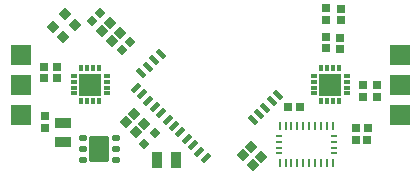
<source format=gts>
%FSTAX44Y44*%
%MOMM*%
%SFA1B1*%

%IPPOS*%
%AMD17*
4,1,4,0.464820,-0.177800,-0.177800,0.464820,-0.464820,0.177800,0.177800,-0.464820,0.464820,-0.177800,0.0*
%
%AMD18*
4,1,4,0.464820,0.177800,0.177800,0.464820,-0.464820,-0.177800,-0.177800,-0.464820,0.464820,0.177800,0.0*
%
%AMD19*
4,1,4,-0.535940,-0.015240,-0.015240,-0.535940,0.535940,0.015240,0.015240,0.535940,-0.535940,-0.015240,0.0*
%
%AMD29*
4,1,4,-0.474980,-0.017780,-0.017780,-0.474980,0.474980,0.017780,0.017780,0.474980,-0.474980,-0.017780,0.0*
%
%AMD32*
4,1,4,-0.017780,0.474980,-0.474980,0.017780,0.017780,-0.474980,0.474980,-0.017780,-0.017780,0.474980,0.0*
%
%AMD33*
4,1,4,-0.563880,0.000000,0.000000,-0.563880,0.563880,0.000000,0.000000,0.563880,-0.563880,0.000000,0.0*
%
%AMD34*
4,1,8,0.850900,-1.000760,0.850900,1.000760,0.751840,1.099820,-0.751840,1.099820,-0.850900,1.000760,-0.850900,-1.000760,-0.751840,-1.099820,0.751840,-1.099820,0.850900,-1.000760,0.0*
1,1,0.197600,0.751840,-1.000760*
1,1,0.197600,0.751840,1.000760*
1,1,0.197600,-0.751840,1.000760*
1,1,0.197600,-0.751840,-1.000760*
%
%AMD35*
4,1,8,0.350520,-0.124460,0.350520,0.124460,0.248920,0.226060,-0.248920,0.226060,-0.350520,0.124460,-0.350520,-0.124460,-0.248920,-0.226060,0.248920,-0.226060,0.350520,-0.124460,0.0*
1,1,0.203200,0.248920,-0.124460*
1,1,0.203200,0.248920,0.124460*
1,1,0.203200,-0.248920,0.124460*
1,1,0.203200,-0.248920,-0.124460*
%
G04~CAMADD=17~9~0.0~0.0~358.3~161.4~0.0~0.0~0~0.0~0.0~0.0~0.0~0~0.0~0.0~0.0~0.0~0~0.0~0.0~0.0~315.0~366.0~365.0*
%ADD17D17*%
G04~CAMADD=18~9~0.0~0.0~161.4~358.3~0.0~0.0~0~0.0~0.0~0.0~0.0~0~0.0~0.0~0.0~0.0~0~0.0~0.0~0.0~315.0~366.0~365.0*
%ADD18D18*%
G04~CAMADD=19~9~0.0~0.0~291.3~307.1~0.0~0.0~0~0.0~0.0~0.0~0.0~0~0.0~0.0~0.0~0.0~0~0.0~0.0~0.0~135.0~422.0~421.0*
%ADD19D19*%
%ADD20R,0.574999X0.250000*%
%ADD21R,0.250000X0.674999*%
%ADD22R,0.779998X0.739999*%
%ADD23R,0.699999X0.649999*%
%ADD24R,0.299999X0.629999*%
%ADD25R,0.629999X0.299999*%
%ADD26R,0.739999X0.779998*%
%ADD27R,1.324997X0.824998*%
%ADD28R,0.824998X1.324997*%
G04~CAMADD=29~9~0.0~0.0~255.9~275.6~0.0~0.0~0~0.0~0.0~0.0~0.0~0~0.0~0.0~0.0~0.0~0~0.0~0.0~0.0~135.0~374.0~373.0*
%ADD29D29*%
%ADD30R,0.649999X0.699999*%
%ADD31R,1.849996X1.849996*%
G04~CAMADD=32~9~0.0~0.0~255.9~275.6~0.0~0.0~0~0.0~0.0~0.0~0.0~0~0.0~0.0~0.0~0.0~0~0.0~0.0~0.0~45.0~374.0~373.0*
%ADD32D32*%
G04~CAMADD=33~10~0.0~315.0~0.0~0.0~0.0~0.0~0~0.0~0.0~0.0~0.0~0~0.0~0.0~0.0~0.0~0~0.0~0.0~0.0~135.0~315.0~0.0*
%ADD33D33*%
G04~CAMADD=34~8~0.0~0.0~866.8~669.9~38.9~0.0~15~0.0~0.0~0.0~0.0~0~0.0~0.0~0.0~0.0~0~0.0~0.0~0.0~270.0~670.0~866.0*
%ADD34D34*%
G04~CAMADD=35~8~0.0~0.0~177.8~276.2~40.0~0.0~15~0.0~0.0~0.0~0.0~0~0.0~0.0~0.0~0.0~0~0.0~0.0~0.0~270.0~276.0~178.0*
%ADD35D35*%
%ADD36R,1.799996X1.799996*%
%ADD37C,0.499999*%
%LNpcb1-1*%
%LPD*%
G54D17*
X01164904Y00479033D03*
X01159516Y00473645D03*
X01154128Y00468256D03*
X0114874Y00462868D03*
X01143352Y0045748D03*
X01065414Y00513752D03*
X01060026Y00508364D03*
X01054638Y00502975D03*
X0104925Y00497587D03*
G54D18*
X01098281Y00431034D03*
X01082116Y00447199D03*
X01076728Y00452587D03*
X01065952Y00463363D03*
X01060564Y00468752D03*
X01055175Y0047414D03*
X01049787Y00479528D03*
X01044399Y00484916D03*
X0107134Y00457975D03*
X01087504Y00441811D03*
X01092893Y00436423D03*
X01103669Y00425646D03*
G54D19*
X01143865Y00419248D03*
X01150794Y00426178D03*
X01135154Y00428138D03*
X01142084Y00435068D03*
X0105144Y00454232D03*
X0104451Y00447302D03*
X01043197Y00462684D03*
X01036267Y00455754D03*
X01023964Y00524854D03*
X01030894Y00531784D03*
X01015578Y00532942D03*
X01022508Y00539871D03*
G54D20*
X01211844Y00444379D03*
Y00439379D03*
Y00434379D03*
Y00429379D03*
X01165594D03*
Y00434379D03*
Y00439379D03*
Y00444379D03*
G54D21*
X01166219Y00452504D03*
X01171219D03*
X01176219D03*
X01181219D03*
X01186219D03*
X01191219D03*
X01196219D03*
X01201219D03*
X01206219D03*
X01211219D03*
X01206219Y00421254D03*
X01201219D03*
X01196219D03*
X01191219D03*
X01186219D03*
X01181219D03*
X01176219D03*
X01171219D03*
X01166219D03*
X01211219D03*
G54D22*
X01173659Y0046863D03*
X01183459D03*
X01230809Y0045085D03*
X01240609D03*
G54D23*
X01240483Y00440818D03*
X01230983D03*
G54D24*
X01206539Y00473829D03*
Y00501529D03*
X01201539D03*
X01013339D03*
X01008339D03*
X01003339D03*
X00998339D03*
Y00473829D03*
X01003339D03*
X01008339D03*
X01013339D03*
X01201539D03*
X01211539D03*
X01216539D03*
Y00501529D03*
X01211539D03*
G54D25*
X01195189Y00480179D03*
X00991989Y00495179D03*
Y00490179D03*
Y00485179D03*
Y00480179D03*
X01019689D03*
Y00485179D03*
Y00490179D03*
Y00495179D03*
X01222889Y00480179D03*
Y00485179D03*
Y00490179D03*
Y00495179D03*
X01195189D03*
Y00490179D03*
Y00485179D03*
G54D26*
X0096774Y00460829D03*
Y00451029D03*
X009779Y00502739D03*
Y00492939D03*
X0096647Y00502739D03*
Y00492939D03*
X01237147Y00477577D03*
Y00487377D03*
X01248577Y00477577D03*
Y00487377D03*
X0120523Y00552269D03*
Y00542469D03*
Y00518339D03*
Y00528139D03*
G54D27*
X00983151Y00455416D03*
Y00439416D03*
G54D28*
X01062609Y0042418D03*
X01078609D03*
G54D29*
X0103296Y0051734D03*
X01039678Y00524058D03*
X0100756Y0054147D03*
X01014278Y00548188D03*
G54D30*
X0121793Y00552119D03*
Y00542619D03*
X01217205Y00517745D03*
Y00527245D03*
G54D31*
X0100584Y0048768D03*
X0120904D03*
G54D32*
X01060992Y00447088D03*
X01051446Y00437542D03*
G54D33*
X00974088Y00536711D03*
X00984695Y00547317D03*
X00982692Y00527984D03*
X00993299Y00538591D03*
G54D34*
X0101346Y0043307D03*
G54D35*
X01027459Y00442569D03*
Y0043307D03*
Y00423569D03*
X00999459D03*
Y0043307D03*
Y00442569D03*
G54D36*
X01267949Y0051308D03*
Y0048768D03*
Y0046228D03*
X00946929D03*
Y0048768D03*
Y0051308D03*
G54D37*
X01008459Y0043307D03*
X0101346Y00441069D03*
X01018459Y0043307D03*
X0101346Y00425069D03*
X01011339Y00493179D03*
Y00482179D03*
X01000339Y00493179D03*
Y00482179D03*
X01203539D03*
Y00493179D03*
X01214539Y00482179D03*
Y00493179D03*
M02*
</source>
